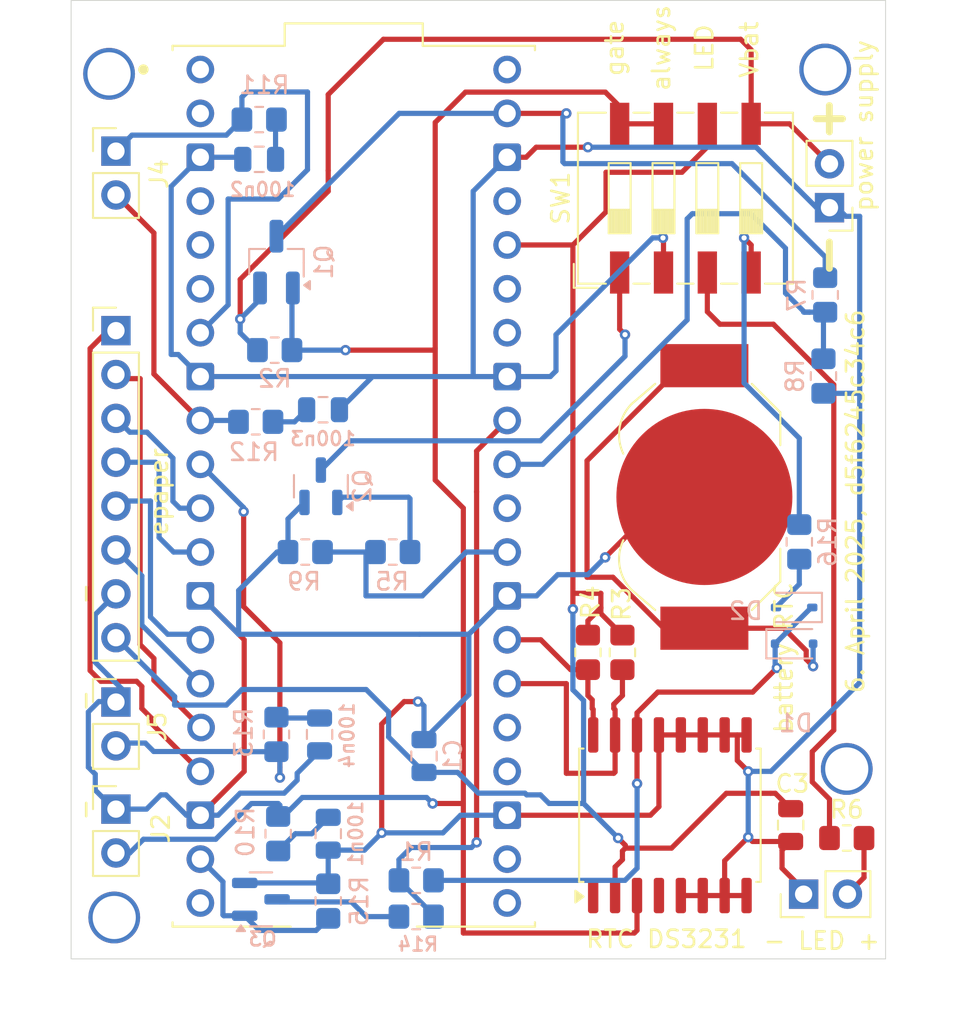
<source format=kicad_pcb>
(kicad_pcb (version 20240108) (generator "pcbnew") (generator_version "8.0")
  (layers (0 "F.Cu" signal) (31 "B.Cu" signal) (34 "B.Paste" user) (35 "F.Paste" user) (36 "B.SilkS" user "B.Silkscreen") (37 "F.SilkS" user "F.Silkscreen") (38 "B.Mask" user) (39 "F.Mask" user) (44 "Edge.Cuts" user))
  (net 0 "")
  (net 3 "GND")
  (net 4 "Net-(J2-Pin_2)")
  (net 5 "Net-(J1-Pin_1)")
  (net 6 "Net-(J1-Pin_3)")
  (net 7 "Net-(J1-Pin_4)")
  (net 8 "Net-(J1-Pin_5)")
  (net 9 "Net-(J1-Pin_6)")
  (net 10 "Net-(J1-Pin_2)")
  (net 11 "Net-(J1-Pin_8)")
  (net 12 "Net-(pico1-GP27)")
  (net 22 "Net-(U1-SDA)")
  (net 23 "Net-(U1-SCL)")
  (net 24 "Net-(pico1-GP22)")
  (net 26 "Net-(pico1-GP26)")
  (net 30 "Net-(Q1-D)")
  (net 32 "Net-(Q2-B)")
  (net 33 "Net-(Q2-C)")
  (net 34 "Net-(100n1-Pad1)")
  (net 35 "Net-(J4-Pin_2)")
  (net 36 "Net-(J5-Pin_2)")
  (net 37 "Net-(100n2-Pad1)")
  (net 38 "Net-(D2-A)")
  (net 39 "Net-(D1-A)")
  (net 40 "Net-(D1-K)")
  (net 41 "Net-(J3-Pin_2)")
  (net 43 "Net-(100n4-Pad1)")
  (net 44 "Net-(100n3-Pad1)")
  (net 45 "Net-(Q3-D)")
  (net 46 "Net-(J4-Pin_1)")
  (net 47 "Net-(Q3-G)")
  (net 48 "Net-(R6-Pad1)")
  (net 49 "Net-(J7-Pin_2)")
  (net 50 "Net-(R16-Pad2)")
  (footprint "Resistor_SMD:R_0805_2012Metric_Pad1.20x1.40mm_HandSolder" (layer "F.Cu") (at 60.35 63.15)
    (property "Reference" "R6")
    (property "Value" "220 R")
  )
  (footprint "Battery:BatteryHolder_LINX_BAT-HLD-012-SMT" (layer "F.Cu") (at 52.1 43.4 -90)
    (property "Reference" "battery_RTC1" (hide yes))
    (property "Value" "Battery 3,7V")
  )
  (footprint "Connector_PinHeader_2.54mm:PinHeader_1x08_P2.54mm_Vertical" (layer "F.Cu") (at 18 33.77)
    (property "Reference" "J1" (hide yes))
    (property "Value" "connector epaper")
  )
  (footprint "Capacitor_SMD:C_0805_2012Metric" (layer "F.Cu") (at 57.1 62.4 -90)
    (property "Reference" "C3")
    (property "Value" "C_Small")
  )
  (footprint "PICO:MODULE_SC0918" (layer "F.Cu") (at 31.78 42.78)
    (property "Reference" "pico1" (hide yes))
    (property "Value" "SC0918")
  )
  (footprint "Connector_PinHeader_2.54mm:PinHeader_1x02_P2.54mm_Vertical" (layer "F.Cu") (at 18 23.375)
    (property "Reference" "J4")
    (property "Value" "Conn_01x02_Socket" (hide yes))
  )
  (footprint "Connector_PinHeader_2.54mm:PinHeader_1x02_P2.54mm_Vertical" (layer "F.Cu") (at 18 55.275)
    (property "Reference" "J5")
    (property "Value" "Conn_01x02_Socket" (hide yes))
  )
  (footprint "Package_SO:SOIC-16W_7.5x10.3mm_P1.27mm" (layer "F.Cu") (at 50.1 61.83 90)
    (property "Reference" "U1" (hide yes))
    (property "Value" "DS3231M")
  )
  (footprint "Resistor_SMD:R_0805_2012Metric_Pad1.20x1.40mm_HandSolder" (layer "F.Cu") (at 45.35 52.4 -90)
    (property "Reference" "R4")
    (property "Value" "4.7k")
  )
  (footprint "Button_Switch_SMD:SW_DIP_SPSTx04_Slide_9.78x12.34mm_W8.61mm_P2.54mm" (layer "F.Cu") (at 51 26.1 90)
    (property "Reference" "SW1")
    (property "Value" "SW_DIP_x04")
  )
  (footprint "Resistor_SMD:R_0805_2012Metric_Pad1.20x1.40mm_HandSolder" (layer "F.Cu") (at 47.35 52.4 -90)
    (property "Reference" "R3")
    (property "Value" "4.7k")
  )
  (footprint "Connector_PinHeader_2.54mm:PinHeader_1x02_P2.54mm_Vertical" (layer "F.Cu") (at 18 61.475)
    (property "Reference" "J2")
    (property "Value" "Conn_01x02_Socket" (hide yes))
  )
  (footprint "Connector_PinHeader_2.54mm:PinHeader_1x02_P2.54mm_Vertical" (layer "F.Cu") (at 59.35 26.65 180)
    (property "Reference" "J3" (hide yes))
    (property "Value" "Conn_01x02_Socket")
  )
  (footprint "Connector_PinHeader_2.54mm:PinHeader_1x02_P2.54mm_Vertical" (layer "F.Cu") (at 57.85 66.4 90)
    (property "Reference" "J7" (hide yes))
    (property "Value" "Conn_01x02_Socket")
  )
  (footprint "Resistor_SMD:R_0805_2012Metric_Pad1.20x1.40mm_HandSolder" (layer "B.Cu") (at 57.6 46 90)
    (property "Reference" "R16")
    (property "Value" "22")
  )
  (footprint "Diode_SMD:D_SOD-323F" (layer "B.Cu") (at 57.3 51.9)
    (property "Reference" "D1")
    (property "Value" "BAT54J")
  )
  (footprint "Capacitor_SMD:C_0805_2012Metric" (layer "B.Cu") (at 26.3 23.85 180)
    (property "Reference" "100n2")
    (property "Value" "C_Small" (hide yes))
  )
  (footprint "Capacitor_SMD:C_0805_2012Metric" (layer "B.Cu") (at 30 38.35)
    (property "Reference" "100n3")
    (property "Value" "C_Small" (hide yes))
  )
  (footprint "Package_TO_SOT_SMD:SOT-23_Handsoldering" (layer "B.Cu") (at 27.3 29.8 90)
    (property "Reference" "Q1")
    (property "Value" "TSM260P02CX" (hide yes))
  )
  (footprint "Resistor_SMD:R_0805_2012Metric_Pad1.20x1.40mm_HandSolder" (layer "B.Cu") (at 26.1 39.05 180)
    (property "Reference" "R12")
    (property "Value" "1k" (hide yes))
  )
  (footprint "Package_TO_SOT_SMD:SOT-23" (layer "B.Cu") (at 29.875 42.78 90)
    (property "Reference" "Q2")
    (property "Value" "MMBT3904")
  )
  (footprint "Resistor_SMD:R_0805_2012Metric_Pad1.20x1.40mm_HandSolder" (layer "B.Cu") (at 27.4 62.9 90)
    (property "Reference" "R10")
    (property "Value" "1k")
  )
  (footprint "Capacitor_SMD:C_0805_2012Metric" (layer "B.Cu") (at 29.8 57.15 -90)
    (property "Reference" "100n4")
    (property "Value" "C_Small" (hide yes))
  )
  (footprint "Resistor_SMD:R_0805_2012Metric_Pad1.20x1.40mm_HandSolder" (layer "B.Cu") (at 35.4 65.6 180)
    (property "Reference" "R1")
    (property "Value" "200k")
  )
  (footprint "Resistor_SMD:R_0805_2012Metric_Pad1.20x1.40mm_HandSolder" (layer "B.Cu") (at 27.2 34.9)
    (property "Reference" "R2")
    (property "Value" "1M")
  )
  (footprint "Resistor_SMD:R_0805_2012Metric_Pad1.20x1.40mm_HandSolder" (layer "B.Cu") (at 26.3 21.55 180)
    (property "Reference" "R11")
    (property "Value" "1k" (hide yes))
  )
  (footprint "Capacitor_SMD:C_0805_2012Metric" (layer "B.Cu") (at 35.85 58.4 90)
    (property "Reference" "C1")
    (property "Value" "C_Small")
  )
  (footprint "Diode_SMD:D_SOD-323" (layer "B.Cu") (at 57.3 49.8 180)
    (property "Reference" "D2")
    (property "Value" "1N4148WS")
  )
  (footprint "Resistor_SMD:R_0805_2012Metric_Pad1.20x1.40mm_HandSolder" (layer "B.Cu") (at 27.3 57.15 -90)
    (property "Reference" "R13")
    (property "Value" "1k")
  )
  (footprint "Resistor_SMD:R_0805_2012Metric_Pad1.20x1.40mm_HandSolder" (layer "B.Cu") (at 59.1 31.7 -90)
    (property "Reference" "R7")
    (property "Value" "200k")
  )
  (footprint "Resistor_SMD:R_0805_2012Metric_Pad1.20x1.40mm_HandSolder" (layer "B.Cu") (at 35.4 67.7 180)
    (property "Reference" "R14")
    (property "Value" "200k")
  )
  (footprint "Resistor_SMD:R_0805_2012Metric_Pad1.20x1.40mm_HandSolder" (layer "B.Cu") (at 59 36.4 -90)
    (property "Reference" "R8")
    (property "Value" "200k" (hide yes))
  )
  (footprint "Resistor_SMD:R_0805_2012Metric_Pad1.20x1.40mm_HandSolder" (layer "B.Cu") (at 28.97 46.59 180)
    (property "Reference" "R9")
    (property "Value" "50k")
  )
  (footprint "Package_TO_SOT_SMD:SOT-23" (layer "B.Cu") (at 26.4 66.7)
    (property "Reference" "Q3")
    (property "Value" "IRLML6344TRPBF")
  )
  (footprint "Resistor_SMD:R_0805_2012Metric_Pad1.20x1.40mm_HandSolder" (layer "B.Cu") (at 34.04 46.59 180)
    (property "Reference" "R5")
    (property "Value" "1k")
  )
  (footprint "Capacitor_SMD:C_0805_2012Metric" (layer "B.Cu") (at 30.3 62.9 -90)
    (property "Reference" "100n1")
    (property "Value" "C_Small" (hide yes))
  )
  (footprint "Resistor_SMD:R_0805_2012Metric_Pad1.20x1.40mm_HandSolder" (layer "B.Cu") (at 30.3 66.8 90)
    (property "Reference" "R15")
    (property "Value" "1M")
  )
  (gr_line (start 62.6 14.65) (end 15.4 14.65) (stroke (width 0.05)) (layer "Edge.Cuts"))
  (gr_line (start 15.4 14.65) (end 15.4 70.15) (stroke (width 0.05)) (layer "Edge.Cuts"))
  (gr_line (start 15.4 70.15) (end 62.6 70.15) (stroke (width 0.05)) (layer "Edge.Cuts"))
  (gr_line (start 62.6 70.15) (end 62.6 14.65) (stroke (width 0.05)) (layer "Edge.Cuts"))
  (gr_text "-" (at 16.2 49 90) (layer "F.SilkS") (effects (font (size 1 1))))
  (gr_text "gate" (at 46.9 17.4 90) (layer "F.SilkS") (effects (font (size 1 1))))
  (gr_text "epaper" (at 20.5 43.1 90) (layer "F.SilkS") (effects (font (size 1 1))))
  (gr_text "RTC DS3231" (at 49.9 69 0) (layer "F.SilkS") (effects (font (size 1 1))))
  (gr_text "-" (at 59.2 29.4 90) (layer "F.SilkS") (effects (font (size 2 2) (thickness 0.4) (bold yes))))
  (gr_text "LED" (at 52.1 17.4 90) (layer "F.SilkS") (effects (font (size 1 1))))
  (gr_text "always" (at 49.6 17.4 90) (layer "F.SilkS") (effects (font (size 1 1))))
  (gr_text "-" (at 16.2 61.5 90) (layer "F.SilkS") (effects (font (size 1 1))))
  (gr_text "-" (at 16.2 55.2 90) (layer "F.SilkS") (effects (font (size 1 1))))
  (gr_text "Vbat" (at 54.7 17.5 90) (layer "F.SilkS") (effects (font (size 1 1))))
  (gr_text "6. April 2025, d5f6245c34c6" (at 60.85 43.65 90) (layer "F.SilkS") (effects (font (size 1 1))))
  (gr_text "battery RTC" (at 56.7 52.7 90) (layer "F.SilkS") (effects (font (size 1 1))))
  (gr_text "+" (at 59.2 21.5 90) (layer "F.SilkS") (effects (font (size 2 2) (thickness 0.4) (bold yes))))
  (gr_text "- LED +" (at 58.9 69.1 0) (layer "F.SilkS") (effects (font (size 1 1))))
  (gr_text "power supply" (at 61.35 21.9 90) (layer "F.SilkS") (effects (font (size 1 1))))
  (via (at 17.6 18.9) (size 0.6) (drill 0.3) (layers "F.Cu" "B.Cu") (net 0))
  (via (at 17.6 18.9) (size 0.6) (drill 0.3) (layers "F.Cu" "B.Cu") (net 0))
  (via (at 59.1 18.65) (size 3) (drill 2.5) (layers "F.Cu" "B.Cu") (net 0))
  (via (at 17.6 18.9) (size 3) (drill 2.5) (layers "F.Cu" "B.Cu") (net 0))
  (via (at 60.35 59.15) (size 3) (drill 2.5) (layers "F.Cu" "B.Cu") (net 0))
  (via (at 17.9 67.75) (size 3) (drill 2.5) (layers "F.Cu" "B.Cu") (net 0))
  (segment (start 49.465 61.335) (end 48.97 61.83) (width 0.3) (layer "F.Cu") (net 3))
  (segment (start 53.275 64.465) (end 53.275 66.48) (width 0.3) (layer "F.Cu") (net 3))
  (segment (start 35.5 55.25) (end 34.7 55.25) (width 0.3) (layer "F.Cu") (net 3))
  (segment (start 54.64 63.1) (end 53.275 64.465) (width 0.3) (layer "F.Cu") (net 3))
  (segment (start 53.275 57.18) (end 52.005 57.18) (width 0.3) (layer "F.Cu") (net 3))
  (segment (start 57.1 63.35) (end 54.89 63.35) (width 0.3) (layer "F.Cu") (net 3))
  (segment (start 49.73 28.43) (end 49.7 28.4) (width 0.3) (layer "F.Cu") (net 3))
  (segment (start 34.7 55.25) (end 33.4 56.55) (width 0.3) (layer "F.Cu") (net 3))
  (segment (start 56.6 64.9) (end 56.6 63.85) (width 0.3) (layer "F.Cu") (net 3))
  (segment (start 49.465 57.18) (end 50.735 57.18) (width 0.3) (layer "F.Cu") (net 3))
  (segment (start 33.4 56.55) (end 33.4 62.85) (width 0.3) (layer "F.Cu") (net 3))
  (segment (start 49.465 57.18) (end 49.465 61.335) (width 0.3) (layer "F.Cu") (net 3))
  (segment (start 57.85 66.15) (end 56.6 64.9) (width 0.3) (layer "F.Cu") (net 3))
  (segment (start 25.43 51.67) (end 22.89 49.13) (width 0.3) (layer "F.Cu") (net 3))
  (segment (start 56.6 63.85) (end 57.1 63.35) (width 0.3) (layer "F.Cu") (net 3))
  (segment (start 48.97 61.83) (end 40.67 61.83) (width 0.3) (layer "F.Cu") (net 3))
  (segment (start 25.43 59.29) (end 25.43 51.67) (width 0.3) (layer "F.Cu") (net 3))
  (segment (start 54.89 63.35) (end 54.64 63.1) (width 0.3) (layer "F.Cu") (net 3))
  (segment (start 54.005 57.18) (end 54.005 58.655) (width 0.3) (layer "F.Cu") (net 3))
  (segment (start 42.35 23.15) (end 41.77 23.73) (width 0.3) (layer "F.Cu") (net 3))
  (segment (start 57.85 66.4) (end 57.85 66.15) (width 0.3) (layer "F.Cu") (net 3))
  (segment (start 49.73 30.405) (end 49.73 28.43) (width 0.3) (layer "F.Cu") (net 3))
  (segment (start 54.545 57.18) (end 53.275 57.18) (width 0.3) (layer "F.Cu") (net 3))
  (segment (start 45.35 23.15) (end 42.35 23.15) (width 0.3) (layer "F.Cu") (net 3))
  (segment (start 52.1 43.4) (end 49.85 43.4) (width 0.3) (layer "F.Cu") (net 3))
  (segment (start 50.735 57.18) (end 52.005 57.18) (width 0.3) (layer "F.Cu") (net 3))
  (segment (start 54.005 58.655) (end 54.64 59.29) (width 0.3) (layer "F.Cu") (net 3))
  (segment (start 22.89 61.83) (end 25.43 59.29) (width 0.3) (layer "F.Cu") (net 3))
  (segment (start 41.77 23.73) (end 40.67 23.73) (width 0.3) (layer "F.Cu") (net 3))
  (segment (start 53.275 66.48) (end 50.735 66.48) (width 0.3) (layer "F.Cu") (net 3))
  (segment (start 53.275 66.48) (end 54.545 66.48) (width 0.3) (layer "F.Cu") (net 3))
  (segment (start 49.85 43.4) (end 46.35 46.9) (width 0.3) (layer "F.Cu") (net 3))
  (via (at 45.35 23.15) (size 0.6) (drill 0.3) (layers "F.Cu" "B.Cu") (net 3))
  (via (at 33.4 62.85) (size 0.6) (drill 0.3) (layers "F.Cu" "B.Cu") (net 3))
  (via (at 54.64 59.29) (size 0.6) (drill 0.3) (layers "F.Cu" "B.Cu") (net 3))
  (via (at 46.35 46.9) (size 0.6) (drill 0.3) (layers "F.Cu" "B.Cu") (net 3))
  (via (at 35.5 55.25) (size 0.6) (drill 0.3) (layers "F.Cu" "B.Cu") (net 3))
  (via (at 54.64 63.1) (size 0.6) (drill 0.3) (layers "F.Cu" "B.Cu") (net 3))
  (via (at 49.7 28.4) (size 0.6) (drill 0.3) (layers "F.Cu" "B.Cu") (net 3))
  (segment (start 59 37.4) (end 59 37.7) (width 0.3) (layer "B.Cu") (net 3))
  (segment (start 42.37 49.13) (end 40.67 49.13) (width 0.3) (layer "B.Cu") (net 3))
  (segment (start 16.8 60.375) (end 16.8 59.45) (width 0.3) (layer "B.Cu") (net 3))
  (segment (start 35.85 57.45) (end 38.45 54.85) (width 0.3) (layer "B.Cu") (net 3))
  (segment (start 59.875 26.725) (end 60.3 27.15) (width 0.3) (layer "B.Cu") (net 3))
  (segment (start 59.35 26.65) (end 58.6 26.65) (width 0.3) (layer "B.Cu") (net 3))
  (segment (start 19.775 61.475) (end 17.9 61.475) (width 0.3) (layer "B.Cu") (net 3))
  (segment (start 22.89 61.83) (end 22.08 61.83) (width 0.3) (layer "B.Cu") (net 3))
  (segment (start 32.87 36.43) (end 32.9 36.43) (width 0.3) (layer "B.Cu") (net 3))
  (segment (start 35.5 55.15) (end 35.6 55.25) (width 0.3) (layer "B.Cu") (net 3))
  (segment (start 35.6 55.25) (end 35.5 55.25) (width 0.3) (layer "B.Cu") (net 3))
  (segment (start 35.85 55.5) (end 35.6 55.25) (width 0.3) (layer "B.Cu") (net 3))
  (segment (start 17.9 61.475) (end 16.8 60.375) (width 0.3) (layer "B.Cu") (net 3))
  (segment (start 16.8 52.975) (end 16.8 50.21) (width 0.3) (layer "B.Cu") (net 3))
  (segment (start 29.8 58.1) (end 28.5 59.4) (width 0.3) (layer "B.Cu") (net 3))
  (segment (start 30.3 63.85) (end 32.4 63.85) (width 0.3) (layer "B.Cu") (net 3))
  (segment (start 59.425 26.725) (end 59.875 26.725) (width 0.3) (layer "B.Cu") (net 3))
  (segment (start 27.97 46.59) (end 27.335 46.59) (width 0.3) (layer "B.Cu") (net 3))
  (segment (start 59 37.4) (end 61.1 37.4) (width 0.3) (layer "B.Cu") (net 3))
  (segment (start 46.35 46.9) (end 45.35 47.9) (width 0.3) (layer "B.Cu") (net 3))
  (segment (start 35.85 57.45) (end 35.85 55.5) (width 0.3) (layer "B.Cu") (net 3))
  (segment (start 25.11 48.815) (end 25.11 51.35) (width 0.3) (layer "B.Cu") (net 3))
  (segment (start 59.35 26.65) (end 59.425 26.725) (width 0.3) (layer "B.Cu") (net 3))
  (segment (start 38.45 51.35) (end 40.67 49.13) (width 0.3) (layer "B.Cu") (net 3))
  (segment (start 35.5 55.25) (end 35.5 55.15) (width 0.3) (layer "B.Cu") (net 3))
  (segment (start 22.89 23.73) (end 25.23 23.73) (width 0.3) (layer "B.Cu") (net 3))
  (segment (start 21.2 25.42) (end 21.2 35.15) (width 0.3) (layer "B.Cu") (net 3))
  (segment (start 18.025 55.25) (end 18.55 54.725) (width 0.3) (layer "B.Cu") (net 3))
  (segment (start 43.6 47.9) (end 42.37 49.13) (width 0.3) (layer "B.Cu") (net 3))
  (segment (start 17 55.25) (end 18.025 55.25) (width 0.3) (layer "B.Cu") (net 3))
  (segment (start 54.64 63.1) (end 54.64 59.29) (width 0.3) (layer "B.Cu") (net 3))
  (segment (start 20.6 60.65) (end 19.775 61.475) (width 0.3) (layer "B.Cu") (net 3))
  (segment (start 28.5 59.8) (end 27.75 60.55) (width 0.3) (layer "B.Cu") (net 3))
  (segment (start 23.92 61.83) (end 22.89 61.83) (width 0.3) (layer "B.Cu") (net 3))
  (segment (start 32.9 36.43) (end 22.89 36.43) (width 0.3) (layer "B.Cu") (net 3))
  (segment (start 40.67 36.43) (end 32.9 36.43) (width 0.3) (layer "B.Cu") (net 3))
  (segment (start 16.4 59.05) (end 16.4 55.85) (width 0.3) (layer "B.Cu") (net 3))
  (segment (start 40.67 36.43) (end 38.7 36.43) (width 0.3) (layer "B.Cu") (net 3))
  (segment (start 16.8 50.21) (end 18 49.01) (width 0.3) (layer "B.Cu") (net 3))
  (segment (start 38.7 36.43) (end 38.7 25.7) (width 0.3) (layer "B.Cu") (net 3))
  (segment (start 25.11 51.35) (end 22.89 49.13) (width 0.3) (layer "B.Cu") (net 3))
  (segment (start 33.4 62.85) (end 36.95 62.85) (width 0.3) (layer "B.Cu") (net 3))
  (segment (start 22.89 23.73) (end 21.2 25.42) (width 0.3) (layer "B.Cu") (net 3))
  (segment (start 27.335 46.59) (end 25.11 48.815) (width 0.3) (layer "B.Cu") (net 3))
  (segment (start 32.4 63.85) (end 33.4 62.85) (width 0.3) (layer "B.Cu") (net 3))
  (segment (start 21.2 35.15) (end 21.61 35.15) (width 0.3) (layer "B.Cu") (net 3))
  (segment (start 35.59 51.35) (end 38.45 51.35) (width 0.3) (layer "B.Cu") (net 3))
  (segment (start 27.75 60.55) (end 25.2 60.55) (width 0.3) (layer "B.Cu") (net 3))
  (segment (start 54.64 59.29) (end 55.96 59.29) (width 0.3) (layer "B.Cu") (net 3))
  (segment (start 16.4 55.85) (end 17 55.25) (width 0.3) (layer "B.Cu") (net 3))
  (segment (start 27.97 44.6725) (end 28.925 43.7175) (width 0.3) (layer "B.Cu") (net 3))
  (segment (start 30.95 38.35) (end 32.87 36.43) (width 0.3) (layer "B.Cu") (net 3))
  (segment (start 25.23 23.73) (end 25.35 23.85) (width 0.3) (layer "B.Cu") (net 3))
  (segment (start 30.3 65.8) (end 30.3 63.85) (width 0.3) (layer "B.Cu") (net 3))
  (segment (start 22.08 61.83) (end 20.9 60.65) (width 0.3) (layer "B.Cu") (net 3))
  (segment (start 61.1 27.15) (end 60.3 27.15) (width 0.3) (layer "B.Cu") (net 3))
  (segment (start 25.4625 65.75) (end 30.25 65.75) (width 0.3) (layer "B.Cu") (net 3))
  (segment (start 45.35 47.9) (end 43.6 47.9) (width 0.3) (layer "B.Cu") (net 3))
  (segment (start 43.17 36.43) (end 40.67 36.43) (width 0.3) (layer "B.Cu") (net 3))
  (segment (start 20.9 60.65) (end 20.6 60.65) (width 0.3) (layer "B.Cu") (net 3))
  (segment (start 37.97 61.83) (end 40.67 61.83) (width 0.3) (layer "B.Cu") (net 3))
  (segment (start 55.96 59.29) (end 61.1 54.15) (width 0.3) (layer "B.Cu") (net 3))
  (segment (start 61.1 37.4) (end 61.1 27.15) (width 0.3) (layer "B.Cu") (net 3))
  (segment (start 16.8 59.45) (end 16.4 59.05) (width 0.3) (layer "B.Cu") (net 3))
  (segment (start 36.95 62.85) (end 37.97 61.83) (width 0.3) (layer "B.Cu") (net 3))
  (segment (start 18.55 54.725) (end 16.8 52.975) (width 0.3) (layer "B.Cu") (net 3))
  (segment (start 30.25 65.75) (end 30.3 65.8) (width 0.3) (layer "B.Cu") (net 3))
  (segment (start 21.61 35.15) (end 22.89 36.43) (width 0.3) (layer "B.Cu") (net 3))
  (segment (start 28.5 59.4) (end 28.5 59.8) (width 0.3) (layer "B.Cu") (net 3))
  (segment (start 45.35 23.15) (end 55.1 23.15) (width 0.3) (layer "B.Cu") (net 3))
  (segment (start 25.2 60.55) (end 23.92 61.83) (width 0.3) (layer "B.Cu") (net 3))
  (segment (start 27.97 46.59) (end 27.97 44.6725) (width 0.3) (layer "B.Cu") (net 3))
  (segment (start 43.5 34) (end 43.5 36.1) (width 0.3) (layer "B.Cu") (net 3))
  (segment (start 55.1 23.15) (end 58.6 26.65) (width 0.3) (layer "B.Cu") (net 3))
  (segment (start 43.5 36.1) (end 43.17 36.43) (width 0.3) (layer "B.Cu") (net 3))
  (segment (start 38.7 25.7) (end 40.67 23.73) (width 0.3) (layer "B.Cu") (net 3))
  (segment (start 35.59 51.35) (end 25.11 51.35) (width 0.3) (layer "B.Cu") (net 3))
  (segment (start 49.1 28.4) (end 49.7 28.4) (width 0.3) (layer "B.Cu") (net 3))
  (segment (start 61.1 54.15) (end 61.1 37.4) (width 0.3) (layer "B.Cu") (net 3))
  (segment (start 38.45 54.85) (end 38.45 51.35) (width 0.3) (layer "B.Cu") (net 3))
  (segment (start 49.1 28.4) (end 43.5 34) (width 0.3) (layer "B.Cu") (net 3))
  (segment (start 31.3 34.9) (end 36.4 34.9) (width 0.3) (layer "F.Cu") (net 4))
  (segment (start 36.5 21.715) (end 38.257 19.958) (width 0.3) (layer "F.Cu") (net 4))
  (segment (start 38.13 61.15) (end 38.13 44.05) (width 0.3) (layer "F.Cu") (net 4))
  (segment (start 38.13 61.15) (end 38.13 68.65) (width 0.3) (layer "F.Cu") (net 4))
  (segment (start 38.257 19.958) (end 46.358 19.958) (width 0.3) (layer "F.Cu") (net 4))
  (segment (start 48.04 68.65) (end 48.195 68.495) (width 0.3) (layer "F.Cu") (net 4))
  (segment (start 47.19 21.795) (end 49.73 21.795) (width 0.3) (layer "F.Cu") (net 4))
  (segment (start 36.4 34.9) (end 36.5 34.8) (width 0.3) (layer "F.Cu") (net 4))
  (segment (start 36.35 61.15) (end 38.13 61.15) (width 0.3) (layer "F.Cu") (net 4))
  (segment (start 48.195 68.495) (end 48.195 66.48) (width 0.3) (layer "F.Cu") (net 4))
  (segment (start 38.13 68.65) (end 48.04 68.65) (width 0.3) (layer "F.Cu") (net 4))
  (segment (start 46.358 19.958) (end 47.19 20.79) (width 0.3) (layer "F.Cu") (net 4))
  (segment (start 36.5 34.8) (end 36.5 21.715) (width 0.3) (layer "F.Cu") (net 4))
  (segment (start 47.19 20.79) (end 47.19 21.795) (width 0.3) (layer "F.Cu") (net 4))
  (segment (start 36.5 42.42) (end 36.5 34.8) (width 0.3) (layer "F.Cu") (net 4))
  (segment (start 38.13 44.05) (end 36.5 42.42) (width 0.3) (layer "F.Cu") (net 4))
  (via (at 36.35 61.15) (size 0.6) (drill 0.3) (layers "F.Cu" "B.Cu") (net 4))
  (via (at 31.3 34.9) (size 0.6) (drill 0.3) (layers "F.Cu" "B.Cu") (net 4))
  (segment (start 27.5 61.8) (end 27.5 61.25) (width 0.3) (layer "B.Cu") (net 4))
  (segment (start 27.5 61.25) (end 27.4 61.15) (width 0.3) (layer "B.Cu") (net 4))
  (segment (start 36 60.8) (end 28.8 60.8) (width 0.3) (layer "B.Cu") (net 4))
  (segment (start 28.2 34.9) (end 31.3 34.9) (width 0.3) (layer "B.Cu") (net 4))
  (segment (start 28.2 34.9) (end 28.2 31.35) (width 0.3) (layer "B.Cu") (net 4))
  (segment (start 28.2 31.35) (end 28.25 31.3) (width 0.3) (layer "B.Cu") (net 4))
  (segment (start 19.595 63.22) (end 18.8 64.015) (width 0.3) (layer "B.Cu") (net 4))
  (segment (start 27.4 61.15) (end 25.85 61.15) (width 0.3) (layer "B.Cu") (net 4))
  (segment (start 31.3 34.9) (end 31.2 34.9) (width 0.3) (layer "B.Cu") (net 4))
  (segment (start 25.85 61.15) (end 23.78 63.22) (width 0.3) (layer "B.Cu") (net 4))
  (segment (start 27.4 61.9) (end 27.5 61.8) (width 0.3) (layer "B.Cu") (net 4))
  (segment (start 27.7 61.9) (end 27.4 61.9) (width 0.3) (layer "B.Cu") (net 4))
  (segment (start 18.8 64.015) (end 17.9 64.015) (width 0.3) (layer "B.Cu") (net 4))
  (segment (start 23.78 63.22) (end 19.595 63.22) (width 0.3) (layer "B.Cu") (net 4))
  (segment (start 36.35 61.15) (end 36 60.8) (width 0.3) (layer "B.Cu") (net 4))
  (segment (start 28.8 60.8) (end 27.7 61.9) (width 0.3) (layer "B.Cu") (net 4))
  (segment (start 17.125 54.075) (end 16.5 53.45) (width 0.3) (layer "F.Cu") (net 5))
  (segment (start 19.2 54.075) (end 17.125 54.075) (width 0.3) (layer "F.Cu") (net 5))
  (segment (start 21.74 58.14) (end 21.69 58.14) (width 0.3) (layer "F.Cu") (net 5))
  (segment (start 17.792894 33.515) (end 18 33.515) (width 0.3) (layer "F.Cu") (net 5))
  (segment (start 20.1 56.25) (end 19.5 55.65) (width 0.3) (layer "F.Cu") (net 5))
  (segment (start 16.5 53.45) (end 16.5 34.807894) (width 0.3) (layer "F.Cu") (net 5))
  (segment (start 16.5 34.807894) (end 17.768947 33.538947) (width 0.3) (layer "F.Cu") (net 5))
  (segment (start 22.89 59.29) (end 21.74 58.14) (width 0.3) (layer "F.Cu") (net 5))
  (segment (start 20.1 56.55) (end 20.1 56.25) (width 0.3) (layer "F.Cu") (net 5))
  (segment (start 21.69 58.14) (end 20.1 56.55) (width 0.3) (layer "F.Cu") (net 5))
  (segment (start 19.5 54.375) (end 19.2 54.075) (width 0.3) (layer "F.Cu") (net 5))
  (segment (start 19.5 55.65) (end 19.5 54.375) (width 0.3) (layer "F.Cu") (net 5))
  (segment (start 19.8 39.65) (end 18.8 39.65) (width 0.3) (layer "B.Cu") (net 6))
  (segment (start 21.3 43.65) (end 21.3 41.15) (width 0.3) (layer "B.Cu") (net 6))
  (segment (start 22.89 44.05) (end 21.7 44.05) (width 0.3) (layer "B.Cu") (net 6))
  (segment (start 21.3 41.15) (end 19.8 39.65) (width 0.3) (layer "B.Cu") (net 6))
  (segment (start 18.8 39.65) (end 18 38.85) (width 0.3) (layer "B.Cu") (net 6))
  (segment (start 21.7 44.05) (end 21.3 43.65) (width 0.3) (layer "B.Cu") (net 6))
  (segment (start 22.89 46.59) (end 21.34 46.59) (width 0.3) (layer "B.Cu") (net 7))
  (segment (start 21.34 46.59) (end 20.5 45.75) (width 0.3) (layer "B.Cu") (net 7))
  (segment (start 20.5 41.595) (end 20.295 41.39) (width 0.3) (layer "B.Cu") (net 7))
  (segment (start 20.295 41.39) (end 18 41.39) (width 0.3) (layer "B.Cu") (net 7))
  (segment (start 20.5 45.75) (end 20.5 41.595) (width 0.3) (layer "B.Cu") (net 7))
  (segment (start 21 51.35) (end 20 50.35) (width 0.3) (layer "B.Cu") (net 8))
  (segment (start 20 50.35) (end 20 43.635) (width 0.3) (layer "B.Cu") (net 8))
  (segment (start 18.295 43.635) (end 18 43.93) (width 0.3) (layer "B.Cu") (net 8))
  (segment (start 22.57 51.35) (end 21 51.35) (width 0.3) (layer "B.Cu") (net 8))
  (segment (start 22.89 51.67) (end 22.57 51.35) (width 0.3) (layer "B.Cu") (net 8))
  (segment (start 20 43.635) (end 18.295 43.635) (width 0.3) (layer "B.Cu") (net 8))
  (segment (start 19.5 50.82) (end 19.5 47.97) (width 0.3) (layer "B.Cu") (net 9))
  (segment (start 22.89 54.21) (end 19.5 50.82) (width 0.3) (layer "B.Cu") (net 9))
  (segment (start 19.5 47.97) (end 18 46.47) (width 0.3) (layer "B.Cu") (net 9))
  (segment (start 18 47.15) (end 18 46.715) (width 0.3) (layer "B.Cu") (net 9))
  (segment (start 19.4 36.55) (end 18.24 36.55) (width 0.3) (layer "F.Cu") (net 10))
  (segment (start 19.4 51.95) (end 19.4 36.55) (width 0.3) (layer "F.Cu") (net 10))
  (segment (start 20.2 52.75) (end 19.4 51.95) (width 0.3) (layer "F.Cu") (net 10))
  (segment (start 18.24 36.55) (end 18 36.31) (width 0.3) (layer "F.Cu") (net 10))
  (segment (start 22.931881 56.75) (end 20.2 54.018119) (width 0.3) (layer "F.Cu") (net 10))
  (segment (start 20.2 54.018119) (end 20.2 52.75) (width 0.3) (layer "F.Cu") (net 10))
  (segment (start 46.1 48.98) (end 44.48 48.98) (width 0.3) (layer "F.Cu") (net 11))
  (segment (start 55.94 60.56) (end 56.21 60.56) (width 0.3) (layer "F.Cu") (net 11))
  (segment (start 47.35 64.4) (end 47.35 63.9) (width 0.3) (layer "F.Cu") (net 11))
  (segment (start 46.1 49.82) (end 46.1 48.98) (width 0.3) (layer "F.Cu") (net 11))
  (segment (start 44.48 49.9) (end 44.48 28.81) (width 0.3) (layer "F.Cu") (net 11))
  (segment (start 47.515 63.735) (end 50.195 63.735) (width 0.3) (layer "F.Cu") (net 11))
  (segment (start 46.925 64.825) (end 47.35 64.4) (width 0.3) (layer "F.Cu") (net 11))
  (segment (start 47.515 63.565) (end 47.1 63.15) (width 0.3) (layer "F.Cu") (net 11))
  (segment (start 47.35 63.9) (end 47.515 63.735) (width 0.3) (layer "F.Cu") (net 11))
  (segment (start 56.21 60.56) (end 57.1 61.45) (width 0.3) (layer "F.Cu") (net 11))
  (segment (start 46.1 50.15) (end 47.35 51.4) (width 0.3) (layer "F.Cu") (net 11))
  (segment (start 46.925 66.48) (end 46.925 64.825) (width 0.3) (layer "F.Cu") (net 11))
  (segment (start 50.8 24.6) (end 52.27 23.13) (width 0.3) (layer "F.Cu") (net 11))
  (segment (start 47.515 63.735) (end 47.515 63.565) (width 0.3) (layer "F.Cu") (net 11))
  (segment (start 46.1 49.82) (end 46.1 50.15) (width 0.3) (layer "F.Cu") (net 11))
  (segment (start 52.27 23.13) (end 52.27 21.795) (width 0.3) (layer "F.Cu") (net 11))
  (segment (start 46.4 24.6) (end 50.8 24.6) (width 0.3) (layer "F.Cu") (net 11))
  (segment (start 44.48 28.81) (end 40.67 28.81) (width 0.3) (layer "F.Cu") (net 11))
  (segment (start 46.1 49.82) (end 45.35 50.57) (width 0.3) (layer "F.Cu") (net 11))
  (segment (start 44.48 28.81) (end 46.4 26.89) (width 0.3) (layer "F.Cu") (net 11))
  (segment (start 50.195 63.735) (end 53.37 60.56) (width 0.3) (layer "F.Cu") (net 11))
  (segment (start 53.37 60.56) (end 55.94 60.56) (width 0.3) (layer "F.Cu") (net 11))
  (segment (start 45.35 50.57) (end 45.35 51.4) (width 0.3) (layer "F.Cu") (net 11))
  (segment (start 46.4 26.89) (end 46.4 24.6) (width 0.3) (layer "F.Cu") (net 11))
  (via (at 47.1 63.15) (size 0.6) (drill 0.3) (layers "F.Cu" "B.Cu") (net 11))
  (via (at 44.48 49.9) (size 0.6) (drill 0.3) (layers "F.Cu" "B.Cu") (net 11))
  (segment (start 37.8 59.35) (end 35.85 59.35) (width 0.3) (layer "B.Cu") (net 11))
  (segment (start 21.4 55.45) (end 21.4 54.95) (width 0.3) (layer "B.Cu") (net 11))
  (segment (start 44.48 49.9) (end 44.48 54.566346) (width 0.3) (layer "B.Cu") (net 11))
  (segment (start 25.3 54.55) (end 24.4 55.45) (width 0.3) (layer "B.Cu") (net 11))
  (segment (start 35.85 59.35) (end 33.8 57.3) (width 0.3) (layer "B.Cu") (net 11))
  (segment (start 41.7 60.55) (end 39 60.55) (width 0.3) (layer "B.Cu") (net 11))
  (segment (start 45.1 55.186346) (end 44.48 54.566346) (width 0.3) (layer "B.Cu") (net 11))
  (segment (start 41.8 60.65) (end 41.7 60.55) (width 0.3) (layer "B.Cu") (net 11))
  (segment (start 45.1 61.15) (end 45.1 55.186346) (width 0.3) (layer "B.Cu") (net 11))
  (segment (start 33.8 55.85) (end 32.5 54.55) (width 0.3) (layer "B.Cu") (net 11))
  (segment (start 33.8 57.3) (end 33.8 55.85) (width 0.3) (layer "B.Cu") (net 11))
  (segment (start 32.5 54.55) (end 25.3 54.55) (width 0.3) (layer "B.Cu") (net 11))
  (segment (start 47.1 63.15) (end 45.1 61.15) (width 0.3) (layer "B.Cu") (net 11))
  (segment (start 45.1 61.15) (end 43.1 61.15) (width 0.3) (layer "B.Cu") (net 11))
  (segment (start 42.6 60.65) (end 41.8 60.65) (width 0.3) (layer "B.Cu") (net 11))
  (segment (start 43.1 61.15) (end 42.6 60.65) (width 0.3) (layer "B.Cu") (net 11))
  (segment (start 24.4 55.45) (end 21.4 55.45) (width 0.3) (layer "B.Cu") (net 11))
  (segment (start 39 60.55) (end 37.8 59.35) (width 0.3) (layer "B.Cu") (net 11))
  (segment (start 21.4 54.95) (end 18 51.55) (width 0.3) (layer "B.Cu") (net 11))
  (segment (start 40.67 38.97) (end 38.9 40.74) (width 0.3) (layer "F.Cu") (net 12))
  (segment (start 38.9 40.74) (end 38.9 43.1) (width 0.3) (layer "F.Cu") (net 12))
  (segment (start 38.9 43.1) (end 38.9 63.4) (width 0.3) (layer "F.Cu") (net 12))
  (via (at 38.9 63.4) (size 0.6) (drill 0.3) (layers "F.Cu" "B.Cu") (net 12))
  (segment (start 35.1 63.7) (end 34.4 64.4) (width 0.3) (layer "B.Cu") (net 12))
  (segment (start 36.4 67.7) (end 36.4 67.6) (width 0.3) (layer "B.Cu") (net 12))
  (segment (start 34.4 64.4) (end 34.4 65.6) (width 0.3) (layer "B.Cu") (net 12))
  (segment (start 38.9 63.4) (end 38.6 63.7) (width 0.3) (layer "B.Cu") (net 12))
  (segment (start 38.6 63.7) (end 35.1 63.7) (width 0.3) (layer "B.Cu") (net 12))
  (segment (start 36.4 67.6) (end 34.4 65.6) (width 0.3) (layer "B.Cu") (net 12))
  (segment (start 46.85 59.4) (end 44.1 59.4) (width 0.3) (layer "F.Cu") (net 22))
  (segment (start 46.925 57.18) (end 46.925 59.325) (width 0.3) (layer "F.Cu") (net 22))
  (segment (start 46.85 55.4) (end 46.85 55.65) (width 0.3) (layer "F.Cu") (net 22))
  (segment (start 47.35 54.9) (end 46.85 55.4) (width 0.3) (layer "F.Cu") (net 22))
  (segment (start 40.67 54.21) (end 44.1 54.21) (width 0.3) (layer "F.Cu") (net 22))
  (segment (start 47.35 53.4) (end 47.35 54.9) (width 0.3) (layer "F.Cu") (net 22))
  (segment (start 46.925 59.325) (end 46.85 59.4) (width 0.3) (layer "F.Cu") (net 22))
  (segment (start 44.1 54.21) (end 44.1 59.4) (width 0.3) (layer "F.Cu") (net 22))
  (segment (start 46.85 55.65) (end 46.925 55.725) (width 0.3) (layer "F.Cu") (net 22))
  (segment (start 46.925 55.725) (end 46.925 57.18) (width 0.3) (layer "F.Cu") (net 22))
  (segment (start 40.67 51.67) (end 42.62 51.67) (width 0.3) (layer "F.Cu") (net 23))
  (segment (start 45.35 54.9) (end 45.6 55.15) (width 0.3) (layer "F.Cu") (net 23))
  (segment (start 45.6 55.65) (end 45.655 55.705) (width 0.3) (layer "F.Cu") (net 23))
  (segment (start 45.35 53.4) (end 45.35 54.9) (width 0.3) (layer "F.Cu") (net 23))
  (segment (start 45.6 55.15) (end 45.6 55.65) (width 0.3) (layer "F.Cu") (net 23))
  (segment (start 44.35 53.4) (end 45.35 53.4) (width 0.3) (layer "F.Cu") (net 23))
  (segment (start 45.655 55.705) (end 45.655 57.18) (width 0.3) (layer "F.Cu") (net 23))
  (segment (start 42.62 51.67) (end 44.35 53.4) (width 0.3) (layer "F.Cu") (net 23))
  (segment (start 29.97 46.59) (end 33.04 46.59) (width 0.3) (layer "B.Cu") (net 24))
  (segment (start 32.49 49.13) (end 35.75 49.13) (width 0.3) (layer "B.Cu") (net 24))
  (segment (start 32.49 46.59) (end 32.49 49.13) (width 0.3) (layer "B.Cu") (net 24))
  (segment (start 38.29 46.59) (end 40.67 46.59) (width 0.3) (layer "B.Cu") (net 24))
  (segment (start 35.75 49.13) (end 38.29 46.59) (width 0.3) (layer "B.Cu") (net 24))
  (segment (start 58.2 32.7) (end 59.1 32.7) (width 0.3) (layer "B.Cu") (net 26))
  (segment (start 59 35.4) (end 59 32.8) (width 0.3) (layer "B.Cu") (net 26))
  (segment (start 56.8 31.6) (end 57.9 32.7) (width 0.3) (layer "B.Cu") (net 26))
  (segment (start 54.8 27) (end 56.8 29) (width 0.3) (layer "B.Cu") (net 26))
  (segment (start 56.8 29) (end 56.8 31.6) (width 0.3) (layer "B.Cu") (net 26))
  (segment (start 57.9 32.7) (end 58.2 32.7) (width 0.3) (layer "B.Cu") (net 26))
  (segment (start 51.1 33.15) (end 42.74 41.51) (width 0.3) (layer "B.Cu") (net 26))
  (segment (start 57.85 32.7) (end 58.2 32.7) (width 0.3) (layer "B.Cu") (net 26))
  (segment (start 51.1 33.15) (end 51.1 27.3) (width 0.3) (layer "B.Cu") (net 26))
  (segment (start 59 32.8) (end 59.1 32.7) (width 0.3) (layer "B.Cu") (net 26))
  (segment (start 42.74 41.51) (end 40.67 41.51) (width 0.3) (layer "B.Cu") (net 26))
  (segment (start 51.1 27.3) (end 51.4 27) (width 0.3) (layer "B.Cu") (net 26))
  (segment (start 51.4 27) (end 54.8 27) (width 0.3) (layer "B.Cu") (net 26))
  (segment (start 44.1 21.19) (end 40.67 21.19) (width 0.3) (layer "F.Cu") (net 30))
  (via (at 44.1 21.19) (size 0.6) (drill 0.3) (layers "F.Cu" "B.Cu") (net 30))
  (segment (start 59.1 30.7) (end 59.1 29.5) (width 0.3) (layer "B.Cu") (net 30))
  (segment (start 53.7 24.1) (end 44 24.1) (width 0.3) (layer "B.Cu") (net 30))
  (segment (start 34.41 21.19) (end 40.67 21.19) (width 0.3) (layer "B.Cu") (net 30))
  (segment (start 43.9 21.39) (end 44.1 21.19) (width 0.3) (layer "B.Cu") (net 30))
  (segment (start 27.3 28.3) (end 34.41 21.19) (width 0.3) (layer "B.Cu") (net 30))
  (segment (start 44 24.1) (end 43.9 24) (width 0.3) (layer "B.Cu") (net 30))
  (segment (start 43.9 24) (end 43.9 21.39) (width 0.3) (layer "B.Cu") (net 30))
  (segment (start 59.1 29.5) (end 53.7 24.1) (width 0.3) (layer "B.Cu") (net 30))
  (segment (start 35.04 43.5) (end 35.04 46.59) (width 0.3) (layer "B.Cu") (net 32))
  (segment (start 30.825 43.7175) (end 31.1275 43.415) (width 0.3) (layer "B.Cu") (net 32))
  (segment (start 31.1275 43.415) (end 34.955 43.415) (width 0.3) (layer "B.Cu") (net 32))
  (segment (start 34.955 43.415) (end 35.04 43.5) (width 0.3) (layer "B.Cu") (net 32))
  (segment (start 47.5 34) (end 47.19 33.69) (width 0.3) (layer "F.Cu") (net 33))
  (segment (start 47.19 33.69) (end 47.19 30.405) (width 0.3) (layer "F.Cu") (net 33))
  (via (at 47.5 34) (size 0.6) (drill 0.3) (layers "F.Cu" "B.Cu") (net 33))
  (segment (start 47.5 34) (end 47.5 35.25) (width 0.3) (layer "B.Cu") (net 33))
  (segment (start 42.6 40.15) (end 31.5675 40.15) (width 0.3) (layer "B.Cu") (net 33))
  (segment (start 47.5 35.25) (end 42.6 40.15) (width 0.3) (layer "B.Cu") (net 33))
  (segment (start 31.5675 40.15) (end 29.875 41.8425) (width 0.3) (layer "B.Cu") (net 33))
  (segment (start 47.5 34.1) (end 47.5 34) (width 0.3) (layer "B.Cu") (net 33))
  (segment (start 29.35 62.9) (end 28.4 62.9) (width 0.3) (layer "B.Cu") (net 34))
  (segment (start 28.4 62.9) (end 27.4 63.9) (width 0.3) (layer "B.Cu") (net 34))
  (segment (start 30.3 61.95) (end 29.35 62.9) (width 0.3) (layer "B.Cu") (net 34))
  (segment (start 20.2 28.115) (end 18 25.915) (width 0.3) (layer "F.Cu") (net 35))
  (segment (start 22.89 38.97) (end 20.2 36.28) (width 0.3) (layer "F.Cu") (net 35))
  (segment (start 20.2 36.28) (end 20.2 28.115) (width 0.3) (layer "F.Cu") (net 35))
  (segment (start 25.02 38.97) (end 25.1 39.05) (width 0.3) (layer "B.Cu") (net 35))
  (segment (start 22.89 38.97) (end 25.02 38.97) (width 0.3) (layer "B.Cu") (net 35))
  (segment (start 26.6 50.95) (end 27.5 51.85) (width 0.3) (layer "F.Cu") (net 36))
  (segment (start 27.5 59.05) (end 27.5 59.65) (width 0.3) (layer "F.Cu") (net 36))
  (segment (start 25.4 49.75) (end 26.6 50.95) (width 0.3) (layer "F.Cu") (net 36))
  (segment (start 27.5 59.65) (end 27.5 59.55) (width 0.3) (layer "F.Cu") (net 36))
  (segment (start 27.5 51.85) (end 27.5 59.05) (width 0.3) (layer "F.Cu") (net 36))
  (segment (start 25.4 44.25) (end 25.4 49.75) (width 0.3) (layer "F.Cu") (net 36))
  (via (at 25.4 44.25) (size 0.6) (drill 0.3) (layers "F.Cu" "B.Cu") (net 36))
  (via (at 27.5 59.65) (size 0.6) (drill 0.3) (layers "F.Cu" "B.Cu") (net 36))
  (segment (start 27.5 58.35) (end 27.3 58.15) (width 0.3) (layer "B.Cu") (net 36))
  (segment (start 18.165 57.65) (end 18 57.815) (width 0.3) (layer "B.Cu") (net 36))
  (segment (start 19.7 57.65) (end 18.165 57.65) (width 0.3) (layer "B.Cu") (net 36))
  (segment (start 25.09 58.14) (end 20.19 58.14) (width 0.3) (layer "B.Cu") (net 36))
  (segment (start 22.89 41.51) (end 25.4 44.02) (width 0.3) (layer "B.Cu") (net 36))
  (segment (start 27.5 59.65) (end 27.5 58.35) (width 0.3) (layer "B.Cu") (net 36))
  (segment (start 25.1 58.15) (end 25.09 58.14) (width 0.3) (layer "B.Cu") (net 36))
  (segment (start 25.4 44.02) (end 25.4 44.25) (width 0.3) (layer "B.Cu") (net 36))
  (segment (start 27.3 58.15) (end 25.1 58.15) (width 0.3) (layer "B.Cu") (net 36))
  (segment (start 20.19 58.14) (end 19.7 57.65) (width 0.3) (layer "B.Cu") (net 36))
  (segment (start 27.25 21.6) (end 27.3 21.55) (width 0.3) (layer "B.Cu") (net 37))
  (segment (start 27.25 23.85) (end 27.25 21.6) (width 0.3) (layer "B.Cu") (net 37))
  (segment (start 57.6 48.45) (end 56.25 49.8) (width 0.3) (layer "B.Cu") (net 38))
  (segment (start 57.6 47) (end 57.6 48.45) (width 0.3) (layer "B.Cu") (net 38))
  (segment (start 45.3 41.3) (end 45.3 48.05) (width 0.3) (layer "F.Cu") (net 39))
  (segment (start 58.4 53.2) (end 58 52.8) (width 0.3) (layer "F.Cu") (net 39))
  (segment (start 58 52.3) (end 56.7 51) (width 0.3) (layer "F.Cu") (net 39))
  (segment (start 49.75 51) (end 52.1 51) (width 0.3) (layer "F.Cu") (net 39))
  (segment (start 50.8 35.8) (end 45.3 41.3) (width 0.3) (layer "F.Cu") (net 39))
  (segment (start 58 52.8) (end 58 52.3) (width 0.3) (layer "F.Cu") (net 39))
  (segment (start 56.7 51) (end 52.1 51) (width 0.3) (layer "F.Cu") (net 39))
  (segment (start 45.3 48.05) (end 46.8 48.05) (width 0.3) (layer "F.Cu") (net 39))
  (segment (start 52.1 35.8) (end 50.8 35.8) (width 0.3) (layer "F.Cu") (net 39))
  (segment (start 46.8 48.05) (end 49.75 51) (width 0.3) (layer "F.Cu") (net 39))
  (via (at 58.4 53.2) (size 0.6) (drill 0.3) (layers "F.Cu" "B.Cu") (net 39))
  (segment (start 58.4 51.9) (end 58.4 53.2) (width 0.3) (layer "B.Cu") (net 39))
  (segment (start 49.4 54.7) (end 48.195 55.905) (width 0.3) (layer "F.Cu") (net 40))
  (segment (start 54.9 54.7) (end 49.4 54.7) (width 0.3) (layer "F.Cu") (net 40))
  (segment (start 48.2 60) (end 48.195 59.995) (width 0.3) (layer "F.Cu") (net 40))
  (segment (start 56.3 53.3) (end 54.9 54.7) (width 0.3) (layer "F.Cu") (net 40))
  (segment (start 48.195 57.18) (end 48.195 59.995) (width 0.3) (layer "F.Cu") (net 40))
  (segment (start 48.195 55.905) (end 48.195 57.18) (width 0.3) (layer "F.Cu") (net 40))
  (via (at 56.3 53.3) (size 0.6) (drill 0.3) (layers "F.Cu" "B.Cu") (net 40))
  (via (at 48.2 60) (size 0.6) (drill 0.3) (layers "F.Cu" "B.Cu") (net 40))
  (segment (start 48.2 60) (end 48.2 64.9) (width 0.3) (layer "B.Cu") (net 40))
  (segment (start 47.5 65.6) (end 36.4 65.6) (width 0.3) (layer "B.Cu") (net 40))
  (segment (start 56.2 53.2) (end 56.3 53.3) (width 0.3) (layer "B.Cu") (net 40))
  (segment (start 58.35 49.8) (end 58.3 49.8) (width 0.3) (layer "B.Cu") (net 40))
  (segment (start 48.2 64.9) (end 47.5 65.6) (width 0.3) (layer "B.Cu") (net 40))
  (segment (start 56.35 53.25) (end 56.3 53.3) (width 0.3) (layer "B.Cu") (net 40))
  (segment (start 58.3 49.8) (end 56.2 51.9) (width 0.3) (layer "B.Cu") (net 40))
  (segment (start 56.2 51.9) (end 56.2 53.2) (width 0.3) (layer "B.Cu") (net 40))
  (segment (start 32.9 17.5) (end 30.3 20.1) (width 0.3) (layer "F.Cu") (net 41))
  (segment (start 33.5 16.9) (end 32.9 17.5) (width 0.3) (layer "F.Cu") (net 41))
  (segment (start 54.81 17.51) (end 54.2 16.9) (width 0.3) (layer "F.Cu") (net 41))
  (segment (start 25.2 30.8) (end 25.2 33.1) (width 0.3) (layer "F.Cu") (net 41))
  (segment (start 57.035 21.795) (end 54.81 21.795) (width 0.3) (layer "F.Cu") (net 41))
  (segment (start 30.3 25.7) (end 26.1 29.9) (width 0.3) (layer "F.Cu") (net 41))
  (segment (start 30.3 20.1) (end 30.3 24.5) (width 0.3) (layer "F.Cu") (net 41))
  (segment (start 54.2 16.9) (end 33.5 16.9) (width 0.3) (layer "F.Cu") (net 41))
  (segment (start 26.1 29.9) (end 25.2 30.8) (width 0.3) (layer "F.Cu") (net 41))
  (segment (start 59.35 24.11) (end 57.035 21.795) (width 0.3) (layer "F.Cu") (net 41))
  (segment (start 54.81 21.795) (end 54.81 17.51) (width 0.3) (layer "F.Cu") (net 41))
  (segment (start 30.3 24.5) (end 30.3 25.7) (width 0.3) (layer "F.Cu") (net 41))
  (via (at 25.2 33.1) (size 0.6) (drill 0.3) (layers "F.Cu" "B.Cu") (net 41))
  (segment (start 26.35 31.3) (end 26.35 31.95) (width 0.3) (layer "B.Cu") (net 41))
  (segment (start 25.2 33.9) (end 26.2 34.9) (width 0.3) (layer "B.Cu") (net 41))
  (segment (start 25.2 33.1) (end 25.2 33.9) (width 0.3) (layer "B.Cu") (net 41))
  (segment (start 26.35 31.95) (end 25.2 33.1) (width 0.3) (layer "B.Cu") (net 41))
  (segment (start 29.8 56.2) (end 27.35 56.2) (width 0.3) (layer "B.Cu") (net 43))
  (segment (start 27.35 56.2) (end 27.3 56.15) (width 0.3) (layer "B.Cu") (net 43))
  (segment (start 27.1 39.05) (end 28.35 39.05) (width 0.3) (layer "B.Cu") (net 44))
  (segment (start 28.35 39.05) (end 29.05 38.35) (width 0.3) (layer "B.Cu") (net 44))
  (segment (start 31.65 66.85) (end 27.4875 66.85) (width 0.3) (layer "B.Cu") (net 45))
  (segment (start 32.5 67.7) (end 31.65 66.85) (width 0.3) (layer "B.Cu") (net 45))
  (segment (start 34.4 67.7) (end 32.5 67.7) (width 0.3) (layer "B.Cu") (net 45))
  (segment (start 27.4875 66.85) (end 27.3375 66.7) (width 0.3) (layer "B.Cu") (net 45))
  (segment (start 27.4 26.15) (end 24.5 26.15) (width 0.3) (layer "B.Cu") (net 46))
  (segment (start 25.3 21.55) (end 25.3 20.25) (width 0.3) (layer "B.Cu") (net 46))
  (segment (start 25.6 19.95) (end 29.1 19.95) (width 0.3) (layer "B.Cu") (net 46))
  (segment (start 18.925 22.45) (end 18 23.375) (width 0.3) (layer "B.Cu") (net 46))
  (segment (start 25.3 21.55) (end 24.4 22.45) (width 0.3) (layer "B.Cu") (net 46))
  (segment (start 24.5 32.28) (end 22.89 33.89) (width 0.3) (layer "B.Cu") (net 46))
  (segment (start 24.4 22.45) (end 18.925 22.45) (width 0.3) (layer "B.Cu") (net 46))
  (segment (start 29.1 19.95) (end 29.1 24.45) (width 0.3) (layer "B.Cu") (net 46))
  (segment (start 24.5 26.15) (end 24.5 32.28) (width 0.3) (layer "B.Cu") (net 46))
  (segment (start 25.3 20.25) (end 25.6 19.95) (width 0.3) (layer "B.Cu") (net 46))
  (segment (start 29.1 24.45) (end 27.4 26.15) (width 0.3) (layer "B.Cu") (net 46))
  (segment (start 22.89 64.37) (end 24.2 65.68) (width 0.3) (layer "B.Cu") (net 47))
  (segment (start 29.6 68.5) (end 30.3 67.8) (width 0.3) (layer "B.Cu") (net 47))
  (segment (start 24.25 67.65) (end 25.4625 67.65) (width 0.3) (layer "B.Cu") (net 47))
  (segment (start 24.2 65.68) (end 24.2 67.6) (width 0.3) (layer "B.Cu") (net 47))
  (segment (start 24.2 67.6) (end 24.25 67.65) (width 0.3) (layer "B.Cu") (net 47))
  (segment (start 26.3125 68.5) (end 29.6 68.5) (width 0.3) (layer "B.Cu") (net 47))
  (segment (start 25.4625 67.65) (end 26.3125 68.5) (width 0.3) (layer "B.Cu") (net 47))
  (segment (start 59.6 36.9) (end 56.35 33.65) (width 0.3) (layer "F.Cu") (net 48))
  (segment (start 59.35 60.9) (end 58.35 59.9) (width 0.3) (layer "F.Cu") (net 48))
  (segment (start 53 33.4) (end 52.27 32.67) (width 0.3) (layer "F.Cu") (net 48))
  (segment (start 56.35 33.65) (end 56.1 33.4) (width 0.3) (layer "F.Cu") (net 48))
  (segment (start 59.35 63.15) (end 59.35 60.9) (width 0.3) (layer "F.Cu") (net 48))
  (segment (start 59.6 56.9) (end 59.6 36.9) (width 0.3) (layer "F.Cu") (net 48))
  (segment (start 52.27 32.67) (end 52.27 30.405) (width 0.3) (layer "F.Cu") (net 48))
  (segment (start 56.1 33.4) (end 53 33.4) (width 0.3) (layer "F.Cu") (net 48))
  (segment (start 58.35 58.15) (end 59.6 56.9) (width 0.3) (layer "F.Cu") (net 48))
  (segment (start 58.35 59.9) (end 58.35 58.15) (width 0.3) (layer "F.Cu") (net 48))
  (segment (start 61.35 65.44) (end 60.39 66.4) (width 0.3) (layer "F.Cu") (net 49))
  (segment (start 61.35 63.15) (end 61.35 65.44) (width 0.3) (layer "F.Cu") (net 49))
  (segment (start 54.81 30.405) (end 54.81 28.81) (width 0.3) (layer "F.Cu") (net 50))
  (segment (start 54.81 28.81) (end 54.4 28.4) (width 0.3) (layer "F.Cu") (net 50))
  (via (at 54.4 28.4) (size 0.6) (drill 0.3) (layers "F.Cu" "B.Cu") (net 50))
  (segment (start 57.6 40) (end 57.6 45) (width 0.3) (layer "B.Cu") (net 50))
  (segment (start 54.4 36.8) (end 57.6 40) (width 0.3) (layer "B.Cu") (net 50))
  (segment (start 54.4 28.4) (end 54.4 36.8) (width 0.3) (layer "B.Cu") (net 50))
)
</source>
